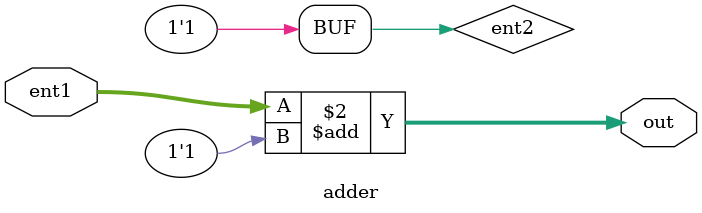
<source format=sv>
module adder(ent1, out);
	input logic [15:0] ent1;
	output logic [15:0] out; 
	
	logic ent2 = 16'b1;
	
	always  @* begin
		out <= ent1 + ent2;
	end
endmodule

</source>
